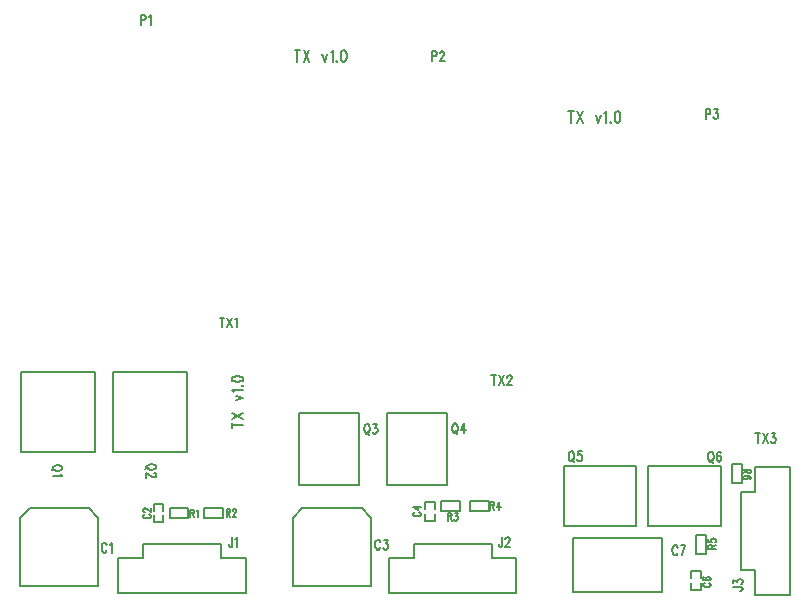
<source format=gbr>
%FSDAX33Y33*%
%MOMM*%
%SFA1.000B1.000*%

%MIA0B0*%
%IPPOS*%
%ADD151C,0.15011*%
%ADD168C,0.15000*%
%LNCK*%
%LPD*%
G54D168*
X030438Y007100D02*
G01X030438Y006500D01*
X031238Y006500D01*
X031238Y007100D01*
X030438Y007500D02*
G01X030438Y008100D01*
X031238Y008100D01*
X031238Y007500D01*
X036338Y006910D02*
G01X034738Y006910D01*
X034738Y007710D01*
X036338Y007710D01*
X036338Y006910D01*
X033388Y006900D02*
G01X031788Y006900D01*
X031788Y007700D01*
X033388Y007700D01*
X033388Y006900D01*
X027038Y019200D02*
G01X027038Y012500D01*
X033238Y012500D01*
X033238Y019200D01*
X027038Y019200D01*
X019248Y019200D02*
G01X019248Y012500D01*
X025448Y012500D01*
X025448Y019200D01*
X019248Y019200D01*
X029538Y004700D02*
G01X036138Y004700D01*
X036138Y003500D01*
X038238Y003500D01*
X038238Y000500D01*
X027438Y000500D01*
X027438Y003500D01*
X029538Y003500D01*
X029538Y004700D01*
X052456Y004703D02*
G01X059056Y004703D01*
X059056Y003503D01*
X061156Y003503D01*
X061156Y000503D01*
X050356Y000503D01*
X050356Y003503D01*
X052456Y003503D01*
X052456Y004703D01*
X053419Y007203D02*
G01X053419Y006603D01*
X054219Y006603D01*
X054219Y007203D01*
X053419Y007603D02*
G01X053419Y008203D01*
X054219Y008203D01*
X054219Y007603D01*
X042751Y009678D02*
G01X047851Y009678D01*
X047851Y015778D01*
X042751Y015778D01*
X042751Y009678D01*
X050215Y009705D02*
G01X055315Y009705D01*
X055315Y015805D01*
X050215Y015805D01*
X050215Y009705D01*
X056344Y007498D02*
G01X054744Y007498D01*
X054744Y008298D01*
X056344Y008298D01*
X056344Y007498D01*
X058841Y007493D02*
G01X057241Y007493D01*
X057241Y008293D01*
X058841Y008293D01*
X058841Y007493D01*
X080148Y002490D02*
G01X080148Y009090D01*
X081348Y009090D01*
X081348Y011190D01*
X084348Y011190D01*
X084348Y000390D01*
X081348Y000390D01*
X081348Y002490D01*
X080148Y002490D01*
X076738Y001800D02*
G01X076738Y002400D01*
X075938Y002400D01*
X075938Y001800D01*
X076738Y001400D02*
G01X076738Y000800D01*
X075938Y000800D01*
X075938Y001400D01*
X071243Y006187D02*
G01X071243Y011287D01*
X065143Y011287D01*
X065143Y006187D01*
X071243Y006187D01*
X078433Y006157D02*
G01X078433Y011257D01*
X072333Y011257D01*
X072333Y006157D01*
X078433Y006157D01*
X076388Y003800D02*
G01X076388Y005400D01*
X077188Y005400D01*
X077188Y003800D01*
X076388Y003800D01*
X080233Y011418D02*
G01X080233Y009818D01*
X079433Y009818D01*
X079433Y011418D01*
X080233Y011418D01*
X065918Y000600D02*
G01X073518Y000600D01*
X073518Y005200D01*
X065918Y005200D01*
X065918Y000600D01*
X019138Y001100D02*
G01X019138Y006900D01*
X019938Y007700D01*
X024938Y007700D01*
X025738Y006900D01*
X025738Y001100D01*
X019138Y001100D01*
X042238Y001100D02*
G01X042238Y006900D01*
X043038Y007700D01*
X048038Y007700D01*
X048838Y006900D01*
X048838Y001100D01*
X042238Y001100D01*
X029689Y007189D02*
G01X029627Y007166D01*
X029564Y007121D01*
X029533Y007075D01*
X029533Y006984D01*
X029564Y006939D01*
X029627Y006893D01*
X029689Y006870D01*
X029783Y006848D01*
X029939Y006848D01*
X030033Y006870D01*
X030095Y006893D01*
X030158Y006939D01*
X030189Y006984D01*
X030189Y007075D01*
X030158Y007121D01*
X030095Y007166D01*
X030033Y007189D01*
X029689Y007416D02*
G01X029658Y007416D01*
X029595Y007439D01*
X029564Y007462D01*
X029533Y007507D01*
X029533Y007598D01*
X029564Y007643D01*
X029595Y007666D01*
X029658Y007689D01*
X029720Y007689D01*
X029783Y007666D01*
X029877Y007621D01*
X030189Y007393D01*
X030189Y007711D01*
X036606Y007652D02*
G01X036606Y006996D01*
X036606Y007652D02*
G01X036811Y007652D01*
X036879Y007621D01*
X036902Y007590D01*
X036925Y007527D01*
X036925Y007465D01*
X036902Y007402D01*
X036879Y007371D01*
X036811Y007340D01*
X036606Y007340D01*
X036766Y007340D02*
G01X036925Y006996D01*
X037152Y007496D02*
G01X037152Y007527D01*
X037175Y007590D01*
X037197Y007621D01*
X037243Y007652D01*
X037334Y007652D01*
X037379Y007621D01*
X037402Y007590D01*
X037425Y007527D01*
X037425Y007465D01*
X037402Y007402D01*
X037356Y007308D01*
X037129Y006996D01*
X037447Y006996D01*
X033556Y007591D02*
G01X033556Y006935D01*
X033556Y007591D02*
G01X033761Y007591D01*
X033829Y007560D01*
X033851Y007529D01*
X033874Y007466D01*
X033874Y007404D01*
X033851Y007341D01*
X033829Y007310D01*
X033761Y007279D01*
X033556Y007279D01*
X033715Y007279D02*
G01X033874Y006935D01*
X034079Y007466D02*
G01X034124Y007497D01*
X034192Y007591D01*
X034192Y006935D01*
X052577Y007346D02*
G01X052515Y007324D01*
X052452Y007278D01*
X052421Y007233D01*
X052421Y007233D02*
G01X052421Y007142D01*
X052452Y007097D01*
X052515Y007051D01*
X052577Y007028D01*
X052671Y007006D01*
X052828Y007006D01*
X052921Y007028D01*
X052984Y007051D01*
X053046Y007097D01*
X053078Y007142D01*
X053078Y007233D01*
X053078Y007233D02*
G01X053046Y007278D01*
X052984Y007324D01*
X052921Y007346D01*
X052421Y007778D02*
G01X052859Y007551D01*
X052859Y007892D01*
X052421Y007778D02*
G01X053078Y007778D01*
X055354Y007315D02*
G01X055354Y006659D01*
X055354Y007315D02*
G01X055559Y007315D01*
X055627Y007284D01*
X055650Y007252D01*
X055672Y007190D01*
X055672Y007127D01*
X055650Y007065D01*
X055627Y007034D01*
X055559Y007003D01*
X055354Y007003D01*
X055513Y007003D02*
G01X055672Y006659D01*
X055922Y007315D02*
G01X056173Y007315D01*
X056036Y007065D01*
X056104Y007065D01*
X056150Y007034D01*
X056173Y007003D01*
X056195Y006909D01*
X056195Y006846D01*
X056173Y006753D01*
X056127Y006690D01*
X056059Y006659D01*
X055991Y006659D01*
X055922Y006690D01*
X055900Y006721D01*
X055877Y006784D01*
X058956Y008246D02*
G01X058956Y007590D01*
X058956Y008246D02*
G01X059161Y008246D01*
X059229Y008215D01*
X059252Y008183D01*
X059275Y008121D01*
X059275Y008058D01*
X059252Y007996D01*
X059229Y007965D01*
X059161Y007933D01*
X058956Y007933D01*
X059115Y007933D02*
G01X059275Y007590D01*
X059706Y008246D02*
G01X059479Y007808D01*
X059820Y007808D01*
X059706Y008246D02*
G01X059706Y007590D01*
X077090Y001391D02*
G01X077028Y001368D01*
X077028Y001368D02*
G01X076965Y001323D01*
X076934Y001277D01*
X076934Y001186D01*
X076965Y001141D01*
X077028Y001096D01*
X077090Y001073D01*
X077184Y001050D01*
X077340Y001050D01*
X077434Y001073D01*
X077497Y001096D01*
X077559Y001141D01*
X077590Y001186D01*
X077590Y001277D01*
X077559Y001323D01*
X077497Y001368D01*
X077497Y001368D02*
G01X077434Y001391D01*
X077028Y001868D02*
G01X076965Y001846D01*
X076934Y001777D01*
X076934Y001732D01*
X076965Y001664D01*
X077059Y001618D01*
X077215Y001595D01*
X077372Y001595D01*
X077497Y001618D01*
X077559Y001664D01*
X077590Y001732D01*
X077590Y001755D01*
X077559Y001823D01*
X077497Y001868D01*
X077403Y001891D01*
X077372Y001891D01*
X077278Y001868D01*
X077215Y001823D01*
X077184Y001755D01*
X077184Y001732D01*
X077215Y001664D01*
X077278Y001618D01*
X077372Y001595D01*
X077403Y004286D02*
G01X078059Y004286D01*
X077403Y004286D02*
G01X077403Y004490D01*
X077434Y004559D01*
X077466Y004581D01*
X077528Y004604D01*
X077591Y004604D01*
X077653Y004581D01*
X077685Y004559D01*
X077716Y004490D01*
X077716Y004286D01*
X077716Y004445D02*
G01X078059Y004604D01*
X077403Y005104D02*
G01X077403Y004877D01*
X077685Y004854D01*
X077653Y004877D01*
X077622Y004945D01*
X077622Y005013D01*
X077653Y005081D01*
X077716Y005127D01*
X077810Y005150D01*
X077872Y005127D01*
X077966Y005104D01*
X078028Y005059D01*
X078059Y004990D01*
X078059Y004922D01*
X078028Y004854D01*
X077997Y004831D01*
X077934Y004809D01*
X080999Y010973D02*
G01X080342Y010973D01*
X080999Y010973D02*
G01X080999Y010768D01*
X080967Y010700D01*
X080936Y010677D01*
X080874Y010654D01*
X080811Y010654D01*
X080749Y010677D01*
X080717Y010700D01*
X080686Y010768D01*
X080686Y010973D01*
X080686Y010814D02*
G01X080342Y010654D01*
X080905Y010177D02*
G01X080967Y010200D01*
X080999Y010268D01*
X080999Y010313D01*
X080967Y010382D01*
X080874Y010427D01*
X080717Y010450D01*
X080561Y010450D01*
X080436Y010427D01*
X080374Y010382D01*
X080342Y010313D01*
X080342Y010291D01*
X080374Y010222D01*
X080436Y010177D01*
X080530Y010154D01*
X080561Y010154D01*
X080655Y010177D01*
X080717Y010222D01*
X080749Y010291D01*
X080749Y010313D01*
X080717Y010382D01*
X080655Y010427D01*
X080561Y010450D01*
X030645Y011251D02*
G01X030605Y011309D01*
X030526Y011366D01*
X030447Y011395D01*
X030328Y011424D01*
X030129Y011424D01*
X030010Y011395D01*
X029931Y011366D01*
X029852Y011309D01*
X029812Y011251D01*
X029812Y011135D01*
X029852Y011078D01*
X029931Y011020D01*
X030010Y010991D01*
X030129Y010962D01*
X030328Y010962D01*
X030447Y010991D01*
X030526Y011020D01*
X030605Y011078D01*
X030645Y011135D01*
X030645Y011251D01*
X029970Y011164D02*
G01X029732Y010991D01*
X030447Y010674D02*
G01X030487Y010674D01*
X030566Y010645D01*
X030605Y010616D01*
X030645Y010558D01*
X030645Y010443D01*
X030605Y010385D01*
X030566Y010356D01*
X030487Y010327D01*
X030407Y010327D01*
X030328Y010356D01*
X030209Y010414D01*
X029812Y010702D01*
X029812Y010298D01*
X022710Y011157D02*
G01X022670Y011215D01*
X022591Y011273D01*
X022511Y011301D01*
X022392Y011330D01*
X022194Y011330D01*
X022075Y011301D01*
X021995Y011273D01*
X021916Y011215D01*
X021876Y011157D01*
X021876Y011041D01*
X021916Y010984D01*
X021995Y010926D01*
X022075Y010897D01*
X022194Y010868D01*
X022392Y010868D01*
X022511Y010897D01*
X022591Y010926D01*
X022670Y010984D01*
X022710Y011041D01*
X022710Y011157D01*
X022035Y011070D02*
G01X021797Y010897D01*
X022551Y010609D02*
G01X022591Y010551D01*
X022710Y010464D01*
X021876Y010464D01*
X037103Y005253D02*
G01X037103Y004618D01*
X037074Y004499D01*
X037045Y004459D01*
X036987Y004420D01*
X036930Y004420D01*
X036872Y004459D01*
X036843Y004499D01*
X036814Y004618D01*
X036814Y004697D01*
X037363Y005094D02*
G01X037420Y005134D01*
X037507Y005253D01*
X037507Y004420D01*
X036226Y023840D02*
G01X036226Y023006D01*
X036024Y023840D02*
G01X036428Y023840D01*
X036688Y023840D02*
G01X037092Y023006D01*
X037092Y023840D02*
G01X036688Y023006D01*
X037352Y023681D02*
G01X037410Y023721D01*
X037496Y023840D01*
X037496Y023006D01*
X059936Y005259D02*
G01X059936Y004624D01*
X059907Y004505D01*
X059878Y004466D01*
X059820Y004426D01*
X059763Y004426D01*
X059705Y004466D01*
X059676Y004505D01*
X059647Y004624D01*
X059647Y004704D01*
X060225Y005061D02*
G01X060225Y005101D01*
X060254Y005180D01*
X060282Y005220D01*
X060340Y005259D01*
X060455Y005259D01*
X060513Y005220D01*
X060542Y005180D01*
X060571Y005101D01*
X060571Y005021D01*
X060542Y004942D01*
X060484Y004823D01*
X060196Y004426D01*
X060600Y004426D01*
X059235Y018944D02*
G01X059235Y018110D01*
X059033Y018944D02*
G01X059437Y018944D01*
X059697Y018944D02*
G01X060101Y018110D01*
X060101Y018944D02*
G01X059697Y018110D01*
X060389Y018745D02*
G01X060389Y018785D01*
X060418Y018865D01*
X060447Y018904D01*
X060505Y018944D01*
X060620Y018944D01*
X060678Y018904D01*
X060707Y018865D01*
X060736Y018785D01*
X060736Y018706D01*
X060707Y018626D01*
X060649Y018507D01*
X060360Y018110D01*
X060764Y018110D01*
X048438Y014851D02*
G01X048381Y014812D01*
X048323Y014732D01*
X048294Y014653D01*
X048265Y014534D01*
X048265Y014336D01*
X048294Y014216D01*
X048323Y014137D01*
X048381Y014058D01*
X048438Y014018D01*
X048554Y014018D01*
X048611Y014058D01*
X048669Y014137D01*
X048698Y014216D01*
X048727Y014336D01*
X048727Y014534D01*
X048698Y014653D01*
X048669Y014732D01*
X048611Y014812D01*
X048554Y014851D01*
X048438Y014851D01*
X048525Y014177D02*
G01X048698Y013939D01*
X049044Y014851D02*
G01X049362Y014851D01*
X049189Y014534D01*
X049275Y014534D01*
X049333Y014494D01*
X049362Y014455D01*
X049391Y014336D01*
X049391Y014256D01*
X049362Y014137D01*
X049304Y014058D01*
X049217Y014018D01*
X049131Y014018D01*
X049044Y014058D01*
X049016Y014097D01*
X048987Y014177D01*
X055902Y014879D02*
G01X055844Y014839D01*
X055787Y014759D01*
X055758Y014680D01*
X055729Y014561D01*
X055729Y014362D01*
X055758Y014244D01*
X055787Y014164D01*
X055844Y014085D01*
X055902Y014045D01*
X056018Y014045D01*
X056075Y014085D01*
X056133Y014164D01*
X056162Y014244D01*
X056191Y014362D01*
X056191Y014561D01*
X056162Y014680D01*
X056133Y014759D01*
X056075Y014839D01*
X056018Y014879D01*
X055902Y014879D01*
X055989Y014204D02*
G01X056162Y013966D01*
X056739Y014879D02*
G01X056451Y014323D01*
X056883Y014323D01*
X056739Y014879D02*
G01X056739Y014045D01*
X053995Y046404D02*
G01X053995Y045570D01*
X053995Y046404D02*
G01X054254Y046404D01*
X054341Y046364D01*
X054370Y046324D01*
X054399Y046245D01*
X054399Y046126D01*
X054370Y046046D01*
X054341Y046007D01*
X054254Y045967D01*
X053995Y045967D01*
X054687Y046205D02*
G01X054687Y046245D01*
X054716Y046324D01*
X054745Y046364D01*
X054803Y046404D01*
X054918Y046404D01*
X054976Y046364D01*
X055005Y046324D01*
X055034Y046245D01*
X055034Y046165D01*
X055005Y046086D01*
X054947Y045967D01*
X054658Y045570D01*
X055063Y045570D01*
X079497Y001021D02*
G01X080132Y001021D01*
X080251Y000992D01*
X080291Y000963D01*
X080331Y000905D01*
X080331Y000848D01*
X080291Y000790D01*
X080251Y000761D01*
X080132Y000732D01*
X080053Y000732D01*
X079497Y001338D02*
G01X079497Y001656D01*
X079815Y001483D01*
X079815Y001569D01*
X079854Y001627D01*
X079894Y001656D01*
X080013Y001685D01*
X080093Y001685D01*
X080212Y001656D01*
X080291Y001598D01*
X080331Y001512D01*
X080331Y001425D01*
X080291Y001338D01*
X080251Y001309D01*
X080172Y001281D01*
X081575Y014042D02*
G01X081575Y013208D01*
X081373Y014042D02*
G01X081777Y014042D01*
X082037Y014042D02*
G01X082440Y013208D01*
X082440Y014042D02*
G01X082037Y013208D01*
X082758Y014042D02*
G01X083075Y014042D01*
X082902Y013724D01*
X082989Y013724D01*
X083047Y013685D01*
X083075Y013645D01*
X083104Y013526D01*
X083104Y013447D01*
X083075Y013327D01*
X083018Y013248D01*
X082931Y013208D01*
X082845Y013208D01*
X082758Y013248D01*
X082729Y013288D01*
X082700Y013367D01*
X065743Y012535D02*
G01X065686Y012495D01*
X065628Y012416D01*
X065599Y012336D01*
X065570Y012217D01*
X065570Y012019D01*
X065599Y011900D01*
X065628Y011820D01*
X065686Y011741D01*
X065743Y011701D01*
X065859Y011701D01*
X065916Y011741D01*
X065974Y011820D01*
X066003Y011900D01*
X066032Y012019D01*
X066032Y012217D01*
X066003Y012336D01*
X065974Y012416D01*
X065916Y012495D01*
X065859Y012535D01*
X065743Y012535D01*
X065830Y011860D02*
G01X066003Y011622D01*
X066667Y012535D02*
G01X066378Y012535D01*
X066350Y012177D01*
X066378Y012217D01*
X066465Y012257D01*
X066551Y012257D01*
X066638Y012217D01*
X066696Y012138D01*
X066725Y012019D01*
X066696Y011939D01*
X066667Y011820D01*
X066609Y011741D01*
X066523Y011701D01*
X066436Y011701D01*
X066350Y011741D01*
X066321Y011781D01*
X066292Y011860D01*
X077551Y012465D02*
G01X077493Y012425D01*
X077435Y012346D01*
X077407Y012267D01*
X077378Y012148D01*
X077378Y011949D01*
X077407Y011830D01*
X077435Y011751D01*
X077493Y011671D01*
X077551Y011632D01*
X077666Y011632D01*
X077724Y011671D01*
X077782Y011751D01*
X077811Y011830D01*
X077839Y011949D01*
X077839Y012148D01*
X077811Y012267D01*
X077782Y012346D01*
X077724Y012425D01*
X077666Y012465D01*
X077551Y012465D01*
X077638Y011790D02*
G01X077811Y011552D01*
X078446Y012346D02*
G01X078417Y012425D01*
X078330Y012465D01*
X078273Y012465D01*
X078186Y012425D01*
X078128Y012306D01*
X078099Y012108D01*
X078099Y011909D01*
X078128Y011751D01*
X078186Y011671D01*
X078273Y011632D01*
X078301Y011632D01*
X078388Y011671D01*
X078446Y011751D01*
X078474Y011870D01*
X078474Y011909D01*
X078446Y012028D01*
X078388Y012108D01*
X078301Y012148D01*
X078273Y012148D01*
X078186Y012108D01*
X078128Y012028D01*
X078099Y011909D01*
X029364Y049478D02*
G01X029364Y048645D01*
X029364Y049478D02*
G01X029624Y049478D01*
X029710Y049439D01*
X029739Y049399D01*
X029768Y049320D01*
X029768Y049201D01*
X029739Y049121D01*
X029710Y049081D01*
X029624Y049042D01*
X029364Y049042D01*
X030028Y049320D02*
G01X030085Y049359D01*
X030172Y049478D01*
X030172Y048645D01*
X077167Y041492D02*
G01X077167Y040659D01*
X077167Y041492D02*
G01X077427Y041492D01*
X077513Y041453D01*
X077542Y041413D01*
X077571Y041333D01*
X077571Y041215D01*
X077542Y041135D01*
X077513Y041095D01*
X077427Y041056D01*
X077167Y041056D01*
X077889Y041492D02*
G01X078206Y041492D01*
X078033Y041175D01*
X078119Y041175D01*
X078177Y041135D01*
X078206Y041095D01*
X078235Y040976D01*
X078235Y040897D01*
X078206Y040778D01*
X078148Y040698D01*
X078062Y040659D01*
X077975Y040659D01*
X077889Y040698D01*
X077860Y040738D01*
X077831Y040818D01*
X074796Y004369D02*
G01X074767Y004448D01*
X074709Y004528D01*
X074652Y004567D01*
X074536Y004567D01*
X074479Y004528D01*
X074421Y004448D01*
X074392Y004369D01*
X074363Y004250D01*
X074363Y004051D01*
X074392Y003932D01*
X074421Y003853D01*
X074479Y003773D01*
X074536Y003734D01*
X074652Y003734D01*
X074709Y003773D01*
X074767Y003853D01*
X074796Y003932D01*
X075460Y004567D02*
G01X075171Y003734D01*
X075056Y004567D02*
G01X075460Y004567D01*
X026466Y004568D02*
G01X026438Y004648D01*
X026380Y004727D01*
X026322Y004767D01*
X026207Y004767D01*
X026149Y004727D01*
X026091Y004648D01*
X026062Y004568D01*
X026033Y004449D01*
X026033Y004251D01*
X026062Y004132D01*
X026091Y004052D01*
X026149Y003973D01*
X026207Y003933D01*
X026322Y003933D01*
X026380Y003973D01*
X026438Y004052D01*
X026466Y004132D01*
X026726Y004608D02*
G01X026784Y004648D01*
X026871Y004767D01*
X026871Y003933D01*
X049623Y004836D02*
G01X049594Y004915D01*
X049537Y004994D01*
X049479Y005034D01*
X049364Y005034D01*
X049306Y004994D01*
X049248Y004915D01*
X049219Y004836D01*
X049190Y004717D01*
X049190Y004518D01*
X049219Y004399D01*
X049248Y004320D01*
X049306Y004240D01*
X049364Y004201D01*
X049479Y004201D01*
X049537Y004240D01*
X049594Y004320D01*
X049623Y004399D01*
X049941Y005034D02*
G01X050258Y005034D01*
X050085Y004717D01*
X050172Y004717D01*
X050229Y004677D01*
X050258Y004637D01*
X050287Y004518D01*
X050287Y004439D01*
X050258Y004320D01*
X050200Y004240D01*
X050114Y004201D01*
X050027Y004201D01*
X049941Y004240D01*
X049912Y004280D01*
X049883Y004359D01*
G54D151*
X065777Y041314D02*
G01X065777Y040330D01*
X065538Y041314D02*
G01X066015Y041314D01*
X066322Y041314D02*
G01X066799Y040330D01*
X066799Y041314D02*
G01X066322Y040330D01*
X067890Y040986D02*
G01X068095Y040330D01*
X068299Y040986D02*
G01X068095Y040330D01*
X068606Y041127D02*
G01X068674Y041174D01*
X068777Y041314D01*
X068777Y040330D01*
X069118Y040424D02*
G01X069083Y040377D01*
X069118Y040330D01*
X069152Y040377D01*
X069118Y040424D01*
X069663Y041314D02*
G01X069561Y041267D01*
X069493Y041127D01*
X069458Y040892D01*
X069458Y040752D01*
X069493Y040518D01*
X069561Y040377D01*
X069663Y040330D01*
X069731Y040330D01*
X069833Y040377D01*
X069902Y040518D01*
X069936Y040752D01*
X069936Y040892D01*
X069902Y041127D01*
X069833Y041267D01*
X069731Y041314D01*
X069663Y041314D01*
X042607Y046474D02*
G01X042607Y045490D01*
X042368Y046474D02*
G01X042845Y046474D01*
X043152Y046474D02*
G01X043629Y045490D01*
X043629Y046474D02*
G01X043152Y045490D01*
X044720Y046146D02*
G01X044925Y045490D01*
X045129Y046146D02*
G01X044925Y045490D01*
X045436Y046287D02*
G01X045504Y046334D01*
X045607Y046474D01*
X045607Y045490D01*
X045947Y045584D02*
G01X045913Y045537D01*
X045947Y045490D01*
X045982Y045537D01*
X045947Y045584D01*
X046493Y046474D02*
G01X046391Y046427D01*
X046323Y046287D01*
X046288Y046052D01*
X046288Y045912D01*
X046323Y045678D01*
X046391Y045537D01*
X046493Y045490D01*
X046561Y045490D01*
X046664Y045537D01*
X046732Y045678D01*
X046766Y045912D01*
X046766Y046052D01*
X046732Y046287D01*
X046664Y046427D01*
X046561Y046474D01*
X046493Y046474D01*
X037044Y014719D02*
G01X038028Y014719D01*
X037044Y014480D02*
G01X037044Y014957D01*
X037044Y015264D02*
G01X038028Y015741D01*
X037044Y015741D02*
G01X038028Y015264D01*
X037372Y016832D02*
G01X038028Y017037D01*
X037372Y017241D02*
G01X038028Y017037D01*
X037231Y017548D02*
G01X037184Y017616D01*
X037044Y017719D01*
X038028Y017719D01*
X037934Y018060D02*
G01X037981Y018025D01*
X038028Y018060D01*
X037981Y018094D01*
X037934Y018060D01*
X037044Y018605D02*
G01X037091Y018503D01*
X037231Y018435D01*
X037465Y018401D01*
X037606Y018401D01*
X037841Y018435D01*
X037981Y018503D01*
X038028Y018605D01*
X038028Y018673D01*
X037981Y018775D01*
X037841Y018844D01*
X037606Y018878D01*
X037465Y018878D01*
X037231Y018844D01*
X037091Y018775D01*
X037044Y018673D01*
X037044Y018605D01*
M02*

</source>
